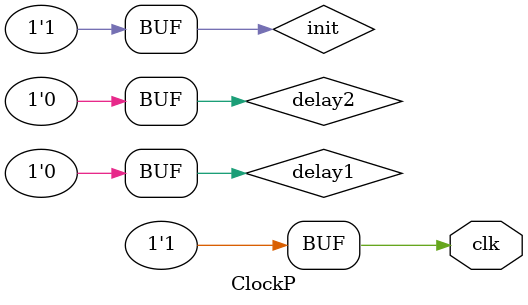
<source format=v>
`timescale 100ns / 100ns      //mucha precision para los retardos

/* MODULO DE CLOCKS CON PARAMETROS DISTINTOS */

/****************************************************
* Clock_d:                                          *
*    *Parametros:                                   *
*          PERIOD: periodo en multiplos de ticks    *                         
*          FIRST: estado inicial del clock          *
*          DUTY CYCLE: t_on/t_off del clock, <1     *
*          T0: corrimiento inicial en el tiempo     *
*****************************************************/
module ClockD(clk);

parameter PERIOD = 10e6,     // periodo
          FIRST = 0,        // estado inicial
          DUTY = 0.5,       // duty cycle
          T0 = 0;           // el usuario de esta libreria puede modificar el tiempo en el que arranca

output reg clk;

reg init = 0;   // determina si es la primera vuelta para hacer el delay T0
//reg delay1 = 0, delay2 = 0;

/*initial
    begin       //configura los delays dependiendo de cual sea el primer estado
        if(FIRST == 0)
            begin
                delay1 = PERIOD*(1-DUTY);
                delay2 = PERIOD*DUTY;
            end
        else
            begin
                delay1 = PERIOD*DUTY;
                delay2 = PERIOD*(1-DUTY);
            end    
    end
*/

always
    begin: CLOCK_DRIVER
        //clk <= FIRST;  
        /*if( !init & (T0 > 0) )    // la primera vez debe haber un delay de T0 (no funcionaba metiendolo en un bloque initial)
        begin
            $display("Pre delay T0");
            #(T0);
            $display("Post delay T0");
            init = 1;
        end    
        else
            init = 1;
        */    
        $display("Starting delay1");   
        //#(delay1);     
        //#(PERIOD*DUTY);
        //#(10);
        //clk <= ~FIRST;
        $display("Starting delay2");   
        clk <= 1'b0;
        //#(delay2);                        
        #10;
    end  

endmodule

/****************************************************
* Clock_t:                                          *
*    *Parametros:                                   *
*          T_ON: tiempo en el estado alto           *                         
*          T_OFF: tiempo en el estado bajo          *
*          FIRST: estado inicial del clock          *
*          T0: corrimiento inicial en el tiempo     *
*****************************************************/
module ClockT(clk);


parameter T_ON = 5e6,        // tiempo en alto 
          T_OFF = 5e6,       // tiempo en bajo
          FIRST = 0,        // estado inicial
          T0 = 0;            // el usuario puede modificar el tiempo en el que arranca

output reg clk;

reg init = 0;      

reg delay1, delay2;

initial
    begin       //configura los delays dependiendo de cual sea el primer estado
        if(FIRST == 0)
            begin
                delay1 = T_OFF;
                delay2 = T_ON;
            end
        else
            begin
                delay1 = T_ON;
                delay2 = T_OFF;
            end    
    end


always
    begin: CLOCK_DRIVER
        begin
            clk <= FIRST;  
            if(!init & (T0 > 0))
                begin
                    #(T0);
                    init = 1;
                end
            else
                begin
                    init = 1;
                end          
            #(delay1);     
            clk <= ~FIRST;
            #(delay2);    
        end
    end  

endmodule

/*****************************************************
* Clock_p:                                           *
*    *Parametros:                                    *
*          PERIOD: periodo en multiplos de ticks     *                         
*          T_ON: tiempo en el estado alto, <= PERIOD *
*          FIRST: estado inicial del clock          *
*          T0: corrimiento inicial en el tiempo      *
*****************************************************/
module ClockP(clk);

parameter PERIOD = 10e6,     // periodo
          T_ON = PERIOD/2,  // tiempo en alto
          FIRST = 0,        // estado inicial
          T0 = 0;           // el usuario puede modificar el tiempo en el que arranca

output reg clk;

reg init = 0;

reg delay1, delay2;

initial
    begin       //configura los delays dependiendo de cual sea el primer estado
        if(FIRST == 0)
            begin
                delay1 = PERIOD - T_ON;
                delay2 = T_ON;
            end
        else
            begin
                delay1 = T_ON;
                delay2 = PERIOD - T_ON;
            end    
    end


always
    begin: CLOCK_DRIVER
        begin
            clk <= FIRST;  
            if(!init & (T0 > 0))
                begin
                    #(T0);
                    init = 1;
                end
            else
                begin
                    init = 1;
                end          
            #(delay1);     
            clk <= ~FIRST;
            #(delay2);    
        end
    end  


endmodule
</source>
